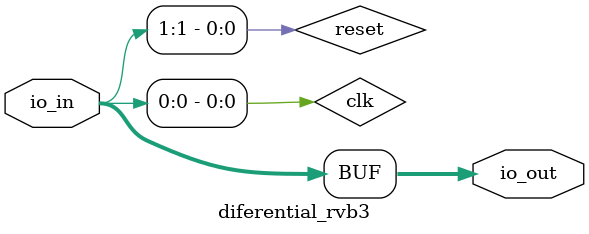
<source format=v>
`default_nettype none

module diferential_rvb3 (
  input [7:0] io_in,
  output [7:0] io_out
);

   wire        clk = io_in[0];
   wire        reset = io_in[1];

   assign io_out = io_in;
endmodule

</source>
